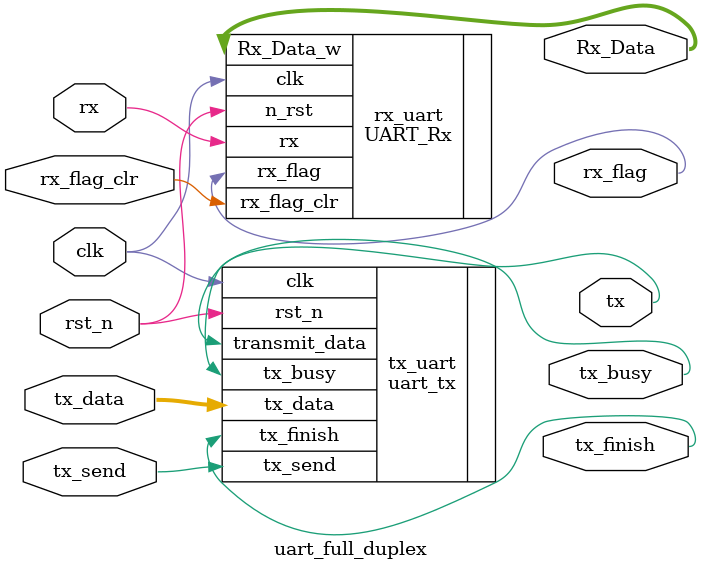
<source format=v>

module uart_full_duplex #(parameter baud_rate=5210) (
	 //UART - Inputs
	 input clk,
    input rst_n,
    input [7:0] tx_data,
    input tx_send,
	 input rx,
	 input rx_flag_clr,
	 //UART - Outputs
    output tx,
	 output rx_flag,
	 output [7:0] Rx_Data,
	 output tx_finish,
	 output tx_busy
);

// For a baud rate of 9600 baudios: bit time 104.2 us, half time 52.1 us
// For a clock frequency of 50 MHz bit time = 5210 T50MHz;
// For a baud rate of 115200 baudios: bit time 8.68 us, half time 4.34 us
// For a clock frequency of 50 MHz bit time = 434 T50MHz;

//uart rx instantiation
UART_Rx #(.baud_rate(baud_rate)) rx_uart(
	.clk(clk),
	.n_rst(rst_n),
	.rx(rx), 
	.Rx_Data_w(Rx_Data),
	.rx_flag_clr(rx_flag_clr),
	.rx_flag(rx_flag)
);

//uart tx instantiation
uart_tx #(.baud_rate(baud_rate)) tx_uart(
	.clk(clk),
	.rst_n(rst_n),
	.tx_data(tx_data),
	.tx_send(tx_send),
	.transmit_data(tx),
	.tx_finish(tx_finish),
	.tx_busy(tx_busy)
);

endmodule

</source>
